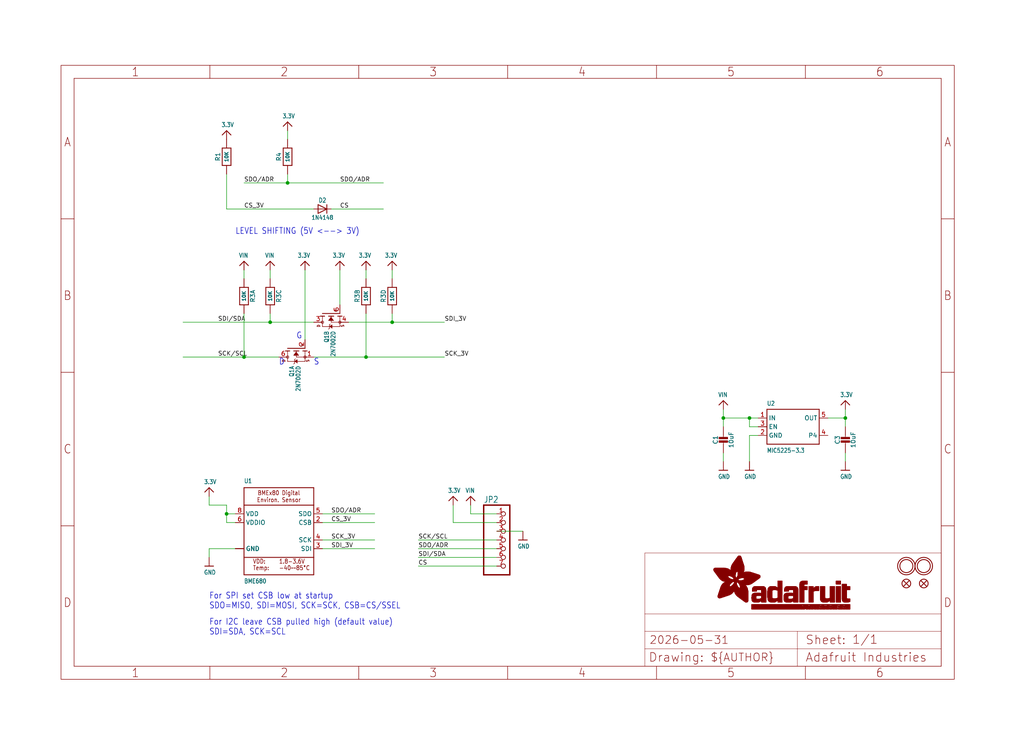
<source format=kicad_sch>
(kicad_sch (version 20230121) (generator eeschema)
  (paper "User" 298.45 217.322)
  (lib_symbols
    (symbol "working-eagle-import:3.3V" (power)
      (property "Value" "3.3V" (at -1.524 1.016 0))
      (symbol "3.3V_1_0"
        (pin power_in line (at 0 -2.54 90) (length 2.54) (name "3.3V") (number "1"))
      )
    )
    (symbol "working-eagle-import:BME680"
      (property "Reference" "IC" (at -10.16 13.97 0))
      (symbol "BME680_1_0"
        (text "-40~~85°C" (at 0 -11.43 0) (effects (font (size 1.27 1.0795)) (justify left bottom)))
        (text "1.8-3.6V" (at 0 -9.525 0) (effects (font (size 1.27 1.0795)) (justify left bottom)))
        (text "BMEx80 Digital\nEnviron. Sensor" (at 0 10.16 0) (effects (font (size 1.27 1.0795))))
        (text "Temp:" (at -7.62 -11.43 0) (effects (font (size 1.27 1.0795)) (justify left bottom)))
        (text "VDD:" (at -7.62 -9.525 0) (effects (font (size 1.27 1.0795)) (justify left bottom)))
        (pin power_in line (at -12.7 -5.08 0) (length 2.54) (name "GND") (number "1"))
        (pin input line (at 12.7 2.54 180) (length 2.54) (name "CSB") (number "2"))
        (pin input line (at 12.7 -5.08 180) (length 2.54) (name "SDI") (number "3"))
        (pin input line (at 12.7 -2.54 180) (length 2.54) (name "SCK") (number "4"))
        (pin output line (at 12.7 5.08 180) (length 2.54) (name "SDO") (number "5"))
        (pin power_in line (at -12.7 2.54 0) (length 2.54) (name "VDDIO") (number "6"))
        (pin power_in line (at -12.7 -5.08 0) (length 2.54) (name "GND") (number "7"))
        (pin power_in line (at -12.7 5.08 0) (length 2.54) (name "VDD") (number "8"))
      )
    )
    (symbol "working-eagle-import:CAP_CERAMIC0805-NOOUTLINE"
      (property "Reference" "C" (at -2.29 1.25 90))
      (symbol "CAP_CERAMIC0805-NOOUTLINE_1_0"
        (pin passive line (at 0 5.08 270) (length 2.54) (name "1") (number "1"))
        (pin passive line (at 0 -2.54 90) (length 2.54) (name "2") (number "2"))
      )
    )
    (symbol "working-eagle-import:DIODESOD-323"
      (property "Reference" "D" (at 0 2.54 0))
      (symbol "DIODESOD-323_1_0"
        (pin passive line (at -2.54 0 0) (length 2.54) (name "A") (number "A"))
        (pin passive line (at 2.54 0 180) (length 2.54) (name "C") (number "C"))
      )
    )
    (symbol "working-eagle-import:FIDUCIAL_1MM")
    (symbol "working-eagle-import:FRAME_A4_ADAFRUIT"
      (symbol "FRAME_A4_ADAFRUIT_1_0"
        (text "${#}/${##}" (at 230.505 10.16 0) (effects (font (size 2.54 2.54)) (justify left bottom)))
        (text "${AUTHOR}" (at 189.23 5.08 0) (effects (font (size 2.286 2.286)) (justify left bottom)))
        (text "${CURRENT_DATE}" (at 171.45 10.16 0) (effects (font (size 2.286 2.286)) (justify left bottom)))
        (text "${PROJECTNAME}" (at 171.45 15.24 0) (effects (font (size 2.54 2.54)) (justify left bottom)))
        (text "1" (at 21.6958 1.905 0) (effects (font (size 2.54 2.286))))
        (text "1" (at 21.6958 177.165 0) (effects (font (size 2.54 2.286))))
        (text "2" (at 65.0875 1.905 0) (effects (font (size 2.54 2.286))))
        (text "2" (at 65.0875 177.165 0) (effects (font (size 2.54 2.286))))
        (text "3" (at 108.4792 1.905 0) (effects (font (size 2.54 2.286))))
        (text "3" (at 108.4792 177.165 0) (effects (font (size 2.54 2.286))))
        (text "4" (at 151.8708 1.905 0) (effects (font (size 2.54 2.286))))
        (text "4" (at 151.8708 177.165 0) (effects (font (size 2.54 2.286))))
        (text "5" (at 195.2625 1.905 0) (effects (font (size 2.54 2.286))))
        (text "5" (at 195.2625 177.165 0) (effects (font (size 2.54 2.286))))
        (text "6" (at 238.6542 1.905 0) (effects (font (size 2.54 2.286))))
        (text "6" (at 238.6542 177.165 0) (effects (font (size 2.54 2.286))))
        (text "A" (at 1.905 156.6863 0) (effects (font (size 2.54 2.286))))
        (text "A" (at 258.445 156.6863 0) (effects (font (size 2.54 2.286))))
        (text "Adafruit Industries" (at 216.916 4.953 0) (effects (font (size 2.54 2.54)) (justify left bottom)))
        (text "B" (at 1.905 111.9188 0) (effects (font (size 2.54 2.286))))
        (text "B" (at 258.445 111.9188 0) (effects (font (size 2.54 2.286))))
        (text "C" (at 1.905 67.1513 0) (effects (font (size 2.54 2.286))))
        (text "C" (at 258.445 67.1513 0) (effects (font (size 2.54 2.286))))
        (text "D" (at 1.905 22.3838 0) (effects (font (size 2.54 2.286))))
        (text "D" (at 258.445 22.3838 0) (effects (font (size 2.54 2.286))))
        (text "Drawing:" (at 171.196 4.953 0) (effects (font (size 2.54 2.54)) (justify left bottom)))
        (text "Sheet:" (at 216.916 10.033 0) (effects (font (size 2.54 2.54)) (justify left bottom)))
      )
    )
    (symbol "working-eagle-import:GND" (power)
      (property "Value" "GND" (at -1.524 -2.54 0))
      (symbol "GND_1_0"
        (pin power_in line (at 0 2.54 270) (length 2.54) (name "GND") (number "1"))
      )
    )
    (symbol "working-eagle-import:HEADER-1X770MIL"
      (property "Reference" "JP" (at -6.35 10.795 0))
      (symbol "HEADER-1X770MIL_1_0"
        (pin passive inverted (at -2.54 7.62 0) (length 2.54) (name "1") (number "1"))
        (pin passive inverted (at -2.54 5.08 0) (length 2.54) (name "2") (number "2"))
        (pin passive inverted (at -2.54 2.54 0) (length 2.54) (name "3") (number "3"))
        (pin passive inverted (at -2.54 0 0) (length 2.54) (name "4") (number "4"))
        (pin passive inverted (at -2.54 -2.54 0) (length 2.54) (name "5") (number "5"))
        (pin passive inverted (at -2.54 -5.08 0) (length 2.54) (name "6") (number "6"))
        (pin passive inverted (at -2.54 -7.62 0) (length 2.54) (name "7") (number "7"))
      )
    )
    (symbol "working-eagle-import:MOSFET-N_DUAL"
      (property "Reference" "Q" (at 5.08 0.635 0))
      (symbol "MOSFET-N_DUAL_1_0"
        (text "D" (at 3.175 3.175 0) (effects (font (size 0.8128 0.6908)) (justify left bottom)))
        (text "G" (at -1.27 -1.905 0) (effects (font (size 0.8128 0.6908)) (justify left bottom)))
        (text "S" (at 3.175 -3.81 0) (effects (font (size 0.8128 0.6908)) (justify left bottom)))
        (pin bidirectional line (at 2.54 -5.08 90) (length 2.54) (name "S") (number "1"))
        (pin bidirectional line (at -2.54 -2.54 0) (length 2.54) (name "G") (number "2"))
        (pin bidirectional line (at 2.54 5.08 270) (length 2.54) (name "D") (number "6"))
      )
      (symbol "MOSFET-N_DUAL_2_0"
        (text "D" (at 3.175 3.175 0) (effects (font (size 0.8128 0.6908)) (justify left bottom)))
        (text "G" (at -1.27 -1.905 0) (effects (font (size 0.8128 0.6908)) (justify left bottom)))
        (text "S" (at 3.175 -3.81 0) (effects (font (size 0.8128 0.6908)) (justify left bottom)))
        (pin bidirectional line (at 2.54 5.08 270) (length 2.54) (name "D") (number "3"))
        (pin bidirectional line (at 2.54 -5.08 90) (length 2.54) (name "S") (number "4"))
        (pin bidirectional line (at -2.54 -2.54 0) (length 2.54) (name "G") (number "5"))
      )
    )
    (symbol "working-eagle-import:MOUNTINGHOLE2.0")
    (symbol "working-eagle-import:RESISTOR_0603_NOOUT"
      (property "Reference" "R" (at 0 2.54 0))
      (symbol "RESISTOR_0603_NOOUT_1_0"
        (pin passive line (at -5.08 0 0) (length 2.54) (name "1") (number "1"))
        (pin passive line (at 5.08 0 180) (length 2.54) (name "2") (number "2"))
      )
    )
    (symbol "working-eagle-import:RESISTOR_4PACK"
      (property "Reference" "R" (at 0 2.54 0))
      (symbol "RESISTOR_4PACK_1_0"
        (pin passive line (at -5.08 0 0) (length 2.54) (name "1") (number "1"))
        (pin passive line (at 5.08 0 180) (length 2.54) (name "2") (number "8"))
      )
      (symbol "RESISTOR_4PACK_2_0"
        (pin passive line (at -5.08 0 0) (length 2.54) (name "1") (number "2"))
        (pin passive line (at 5.08 0 180) (length 2.54) (name "2") (number "7"))
      )
      (symbol "RESISTOR_4PACK_3_0"
        (pin passive line (at -5.08 0 0) (length 2.54) (name "1") (number "3"))
        (pin passive line (at 5.08 0 180) (length 2.54) (name "2") (number "6"))
      )
      (symbol "RESISTOR_4PACK_4_0"
        (pin passive line (at -5.08 0 0) (length 2.54) (name "1") (number "4"))
        (pin passive line (at 5.08 0 180) (length 2.54) (name "2") (number "5"))
      )
    )
    (symbol "working-eagle-import:VIN" (power)
      (property "Value" "VIN" (at -1.524 1.016 0))
      (symbol "VIN_1_0"
        (pin power_in line (at 0 -2.54 90) (length 2.54) (name "VIN") (number "1"))
      )
    )
    (symbol "working-eagle-import:VREG_SOT23-5"
      (property "Reference" "U" (at -7.62 6.096 0))
      (symbol "VREG_SOT23-5_1_0"
        (pin power_in line (at -10.16 2.54 0) (length 2.54) (name "IN") (number "1"))
        (pin power_in line (at -10.16 -2.54 0) (length 2.54) (name "GND") (number "2"))
        (pin input line (at -10.16 0 0) (length 2.54) (name "EN") (number "3"))
        (pin bidirectional line (at 10.16 -2.54 180) (length 2.54) (name "P4") (number "4"))
        (pin power_in line (at 10.16 2.54 180) (length 2.54) (name "OUT") (number "5"))
      )
    )
  )
  (junction (at 78.74 93.98))
  (junction (at 218.44 121.92))
  (junction (at 83.82 53.34))
  (junction (at 114.3 93.98))
  (junction (at 71.12 104.14))
  (junction (at 246.38 121.92))
  (junction (at 66.04 149.86))
  (junction (at 106.68 104.14))
  (junction (at 210.82 121.92))
  (wire (pts (xy 60.96 160.02) (xy 68.58 160.02)) (stroke (width 0.1524)))
  (wire (pts (xy 78.74 91.44) (xy 78.74 93.98)) (stroke (width 0.1524)))
  (wire (pts (xy 91.44 93.98) (xy 78.74 93.98)) (stroke (width 0.1524)))
  (wire (pts (xy 93.98 152.4) (xy 109.22 152.4)) (stroke (width 0.1524)))
  (wire (pts (xy 114.3 93.98) (xy 129.54 93.98)) (stroke (width 0.1524)))
  (wire (pts (xy 83.82 50.8) (xy 83.82 53.34)) (stroke (width 0.1524)))
  (wire (pts (xy 241.3 121.92) (xy 246.38 121.92)) (stroke (width 0.1524)))
  (wire (pts (xy 81.28 104.14) (xy 71.12 104.14)) (stroke (width 0.1524)))
  (wire (pts (xy 220.98 121.92) (xy 218.44 121.92)) (stroke (width 0.1524)))
  (wire (pts (xy 114.3 91.44) (xy 114.3 93.98)) (stroke (width 0.1524)))
  (wire (pts (xy 210.82 121.92) (xy 210.82 119.38)) (stroke (width 0.1524)))
  (wire (pts (xy 66.04 60.96) (xy 66.04 50.8)) (stroke (width 0.1524)))
  (wire (pts (xy 114.3 81.28) (xy 114.3 78.74)) (stroke (width 0.1524)))
  (wire (pts (xy 109.22 157.48) (xy 93.98 157.48)) (stroke (width 0.1524)))
  (wire (pts (xy 144.78 152.4) (xy 132.08 152.4)) (stroke (width 0.1524)))
  (wire (pts (xy 71.12 91.44) (xy 71.12 104.14)) (stroke (width 0.1524)))
  (wire (pts (xy 144.78 154.94) (xy 152.4 154.94)) (stroke (width 0.1524)))
  (wire (pts (xy 60.96 147.32) (xy 66.04 147.32)) (stroke (width 0.1524)))
  (wire (pts (xy 218.44 121.92) (xy 210.82 121.92)) (stroke (width 0.1524)))
  (wire (pts (xy 144.78 162.56) (xy 121.92 162.56)) (stroke (width 0.1524)))
  (wire (pts (xy 246.38 121.92) (xy 246.38 124.46)) (stroke (width 0.1524)))
  (wire (pts (xy 137.16 149.86) (xy 137.16 147.32)) (stroke (width 0.1524)))
  (wire (pts (xy 71.12 78.74) (xy 71.12 81.28)) (stroke (width 0.1524)))
  (wire (pts (xy 83.82 53.34) (xy 71.12 53.34)) (stroke (width 0.1524)))
  (wire (pts (xy 246.38 132.08) (xy 246.38 134.62)) (stroke (width 0.1524)))
  (wire (pts (xy 78.74 93.98) (xy 53.34 93.98)) (stroke (width 0.1524)))
  (wire (pts (xy 91.44 104.14) (xy 106.68 104.14)) (stroke (width 0.1524)))
  (wire (pts (xy 91.44 60.96) (xy 66.04 60.96)) (stroke (width 0.1524)))
  (wire (pts (xy 246.38 121.92) (xy 246.38 119.38)) (stroke (width 0.1524)))
  (wire (pts (xy 106.68 91.44) (xy 106.68 104.14)) (stroke (width 0.1524)))
  (wire (pts (xy 101.6 93.98) (xy 114.3 93.98)) (stroke (width 0.1524)))
  (wire (pts (xy 68.58 149.86) (xy 66.04 149.86)) (stroke (width 0.1524)))
  (wire (pts (xy 220.98 124.46) (xy 218.44 124.46)) (stroke (width 0.1524)))
  (wire (pts (xy 66.04 147.32) (xy 66.04 149.86)) (stroke (width 0.1524)))
  (wire (pts (xy 88.9 99.06) (xy 88.9 78.74)) (stroke (width 0.1524)))
  (wire (pts (xy 60.96 144.78) (xy 60.96 147.32)) (stroke (width 0.1524)))
  (wire (pts (xy 66.04 149.86) (xy 66.04 152.4)) (stroke (width 0.1524)))
  (wire (pts (xy 144.78 160.02) (xy 121.92 160.02)) (stroke (width 0.1524)))
  (wire (pts (xy 144.78 149.86) (xy 137.16 149.86)) (stroke (width 0.1524)))
  (wire (pts (xy 93.98 160.02) (xy 109.22 160.02)) (stroke (width 0.1524)))
  (wire (pts (xy 144.78 165.1) (xy 121.92 165.1)) (stroke (width 0.1524)))
  (wire (pts (xy 106.68 104.14) (xy 129.54 104.14)) (stroke (width 0.1524)))
  (wire (pts (xy 218.44 127) (xy 218.44 134.62)) (stroke (width 0.1524)))
  (wire (pts (xy 66.04 152.4) (xy 68.58 152.4)) (stroke (width 0.1524)))
  (wire (pts (xy 220.98 127) (xy 218.44 127)) (stroke (width 0.1524)))
  (wire (pts (xy 210.82 132.08) (xy 210.82 134.62)) (stroke (width 0.1524)))
  (wire (pts (xy 78.74 81.28) (xy 78.74 78.74)) (stroke (width 0.1524)))
  (wire (pts (xy 71.12 104.14) (xy 53.34 104.14)) (stroke (width 0.1524)))
  (wire (pts (xy 83.82 38.1) (xy 83.82 40.64)) (stroke (width 0.1524)))
  (wire (pts (xy 144.78 157.48) (xy 121.92 157.48)) (stroke (width 0.1524)))
  (wire (pts (xy 106.68 81.28) (xy 106.68 78.74)) (stroke (width 0.1524)))
  (wire (pts (xy 210.82 121.92) (xy 210.82 124.46)) (stroke (width 0.1524)))
  (wire (pts (xy 60.96 160.02) (xy 60.96 162.56)) (stroke (width 0.1524)))
  (wire (pts (xy 83.82 53.34) (xy 111.76 53.34)) (stroke (width 0.1524)))
  (wire (pts (xy 93.98 149.86) (xy 109.22 149.86)) (stroke (width 0.1524)))
  (wire (pts (xy 132.08 152.4) (xy 132.08 147.32)) (stroke (width 0.1524)))
  (wire (pts (xy 99.06 88.9) (xy 99.06 78.74)) (stroke (width 0.1524)))
  (wire (pts (xy 96.52 60.96) (xy 111.76 60.96)) (stroke (width 0.1524)))
  (wire (pts (xy 218.44 124.46) (xy 218.44 121.92)) (stroke (width 0.1524)))
  (text "S" (at 91.44 106.68 0) (effects (font (size 1.778 1.5113)) (justify left bottom)))
  (text "G" (at 86.36 99.06 0) (effects (font (size 1.778 1.5113)) (justify left bottom)))
  (text "For I2C leave CSB pulled high (default value)\nSDI=SDA, SCK=SCL" (at 60.96 185.42 0) (effects (font (size 1.778 1.5113)) (justify left bottom)))
  (text "D" (at 81.28 106.68 0) (effects (font (size 1.778 1.5113)) (justify left bottom)))
  (text "LEVEL SHIFTING (5V <--> 3V)" (at 68.58 68.58 0) (effects (font (size 1.778 1.5113)) (justify left bottom)))
  (text "For SPI set CSB low at startup\nSDO=MISO, SDI=MOSI, SCK=SCK, CSB=CS/SSEL" (at 60.96 177.8 0) (effects (font (size 1.778 1.5113)) (justify left bottom)))
  (label "SCK/SCL" (at 63.5 104.14 0) (effects (font (size 1.2446 1.2446))))
  (label "CS_3V" (at 96.52 152.4 0) (effects (font (size 1.2446 1.2446))))
  (label "SCK_3V" (at 96.52 157.48 0) (effects (font (size 1.2446 1.2446))))
  (label "SDI/SDA" (at 63.5 93.98 0) (effects (font (size 1.2446 1.2446))))
  (label "SDI_3V" (at 129.54 93.98 0) (effects (font (size 1.2446 1.2446))))
  (label "SDI_3V" (at 96.52 160.02 0) (effects (font (size 1.2446 1.2446))))
  (label "SDO/ADR" (at 121.92 160.02 0) (effects (font (size 1.2446 1.2446))))
  (label "SDI/SDA" (at 121.92 162.56 0) (effects (font (size 1.2446 1.2446))))
  (label "SDO/ADR" (at 96.52 149.86 0) (effects (font (size 1.2446 1.2446))))
  (label "CS_3V" (at 71.12 60.96 0) (effects (font (size 1.2446 1.2446))))
  (label "SCK_3V" (at 129.54 104.14 0) (effects (font (size 1.2446 1.2446))))
  (label "SCK/SCL" (at 121.92 157.48 0) (effects (font (size 1.2446 1.2446))))
  (label "SDO/ADR" (at 99.06 53.34 0) (effects (font (size 1.2446 1.2446))))
  (label "CS" (at 121.92 165.1 0) (effects (font (size 1.2446 1.2446))))
  (label "CS" (at 99.06 60.96 0) (effects (font (size 1.2446 1.2446))))
  (label "SDO/ADR" (at 71.12 53.34 0) (effects (font (size 1.2446 1.2446))))
  (symbol (lib_id "working-eagle-import:MOUNTINGHOLE2.0") (at 269.24 165.1 0) (unit 1)
    (property "Reference" "U$7" (effects hide))
    (property "Value" "MOUNTINGHOLE2.0" (effects hide))
    (property "Footprint" "working:MOUNTINGHOLE_2.0_PLATED" (effects hide))
  )
  (symbol (lib_id "working-eagle-import:RESISTOR_4PACK") (at 71.12 86.36 270) (unit 1)
    (property "Reference" "R3" (at 73.66 86.36 0))
    (property "Value" "10K" (at 71.12 86.36 0) (effects (font (size 1.016 1.016) bold)))
    (property "Footprint" "working:RESPACK_4X0603" (effects hide))
  )
  (symbol (lib_id "working-eagle-import:BME680") (at 81.28 154.94 0) (unit 1)
    (property "Reference" "U1" (at 71.12 140.97 0) (effects (font (size 1.27 1.0795)) (justify left bottom)))
    (property "Value" "BME680" (at 71.12 170.18 0) (effects (font (size 1.27 1.0795)) (justify left bottom)))
    (property "Footprint" "working:BME680" (effects hide))
  )
  (symbol (lib_id "working-eagle-import:GND") (at 152.4 157.48 0) (unit 1)
    (property "Reference" "#U$4" (effects hide))
    (property "Value" "GND" (at 150.876 160.02 0) (effects (font (size 1.27 1.0795)) (justify left bottom)))
  )
  (symbol (lib_id "working-eagle-import:VIN") (at 210.82 116.84 0) (unit 1)
    (property "Reference" "#U$11" (effects hide))
    (property "Value" "VIN" (at 209.296 115.824 0) (effects (font (size 1.27 1.0795)) (justify left bottom)))
  )
  (symbol (lib_id "working-eagle-import:3.3V") (at 106.68 76.2 0) (mirror y) (unit 1)
    (property "Reference" "#U$24" (effects hide))
    (property "Value" "3.3V" (at 108.204 75.184 0) (effects (font (size 1.27 1.0795)) (justify left bottom)))
  )
  (symbol (lib_id "working-eagle-import:3.3V") (at 132.08 144.78 0) (unit 1)
    (property "Reference" "#U$10" (effects hide))
    (property "Value" "3.3V" (at 130.556 143.764 0) (effects (font (size 1.27 1.0795)) (justify left bottom)))
  )
  (symbol (lib_id "working-eagle-import:3.3V") (at 83.82 35.56 0) (unit 1)
    (property "Reference" "#U$25" (effects hide))
    (property "Value" "3.3V" (at 82.296 34.544 0) (effects (font (size 1.27 1.0795)) (justify left bottom)))
  )
  (symbol (lib_id "working-eagle-import:GND") (at 218.44 137.16 0) (unit 1)
    (property "Reference" "#U$14" (effects hide))
    (property "Value" "GND" (at 216.916 139.7 0) (effects (font (size 1.27 1.0795)) (justify left bottom)))
  )
  (symbol (lib_id "working-eagle-import:MOSFET-N_DUAL") (at 86.36 101.6 90) (mirror x) (unit 1)
    (property "Reference" "Q1" (at 85.725 106.68 0) (effects (font (size 1.27 1.0795)) (justify left bottom)))
    (property "Value" "2N7002D" (at 87.63 106.68 0) (effects (font (size 1.27 1.0795)) (justify left bottom)))
    (property "Footprint" "working:SOT363" (effects hide))
  )
  (symbol (lib_id "working-eagle-import:MOSFET-N_DUAL") (at 96.52 91.44 90) (mirror x) (unit 2)
    (property "Reference" "Q1" (at 95.885 96.52 0) (effects (font (size 1.27 1.0795)) (justify left bottom)))
    (property "Value" "2N7002D" (at 97.79 96.52 0) (effects (font (size 1.27 1.0795)) (justify left bottom)))
    (property "Footprint" "working:SOT363" (effects hide))
  )
  (symbol (lib_id "working-eagle-import:CAP_CERAMIC0805-NOOUTLINE") (at 246.38 129.54 0) (unit 1)
    (property "Reference" "C3" (at 244.09 128.29 90))
    (property "Value" "10uF" (at 248.68 128.29 90))
    (property "Footprint" "working:0805-NO" (effects hide))
  )
  (symbol (lib_id "working-eagle-import:HEADER-1X770MIL") (at 147.32 157.48 0) (unit 1)
    (property "Reference" "JP2" (at 140.97 146.685 0) (effects (font (size 1.778 1.5113)) (justify left bottom)))
    (property "Value" "HEADER-1X770MIL" (effects hide))
    (property "Footprint" "working:1X07_ROUND_70" (effects hide))
  )
  (symbol (lib_id "working-eagle-import:RESISTOR_0603_NOOUT") (at 83.82 45.72 90) (unit 1)
    (property "Reference" "R4" (at 81.28 45.72 0))
    (property "Value" "10K" (at 83.82 45.72 0) (effects (font (size 1.016 1.016) bold)))
    (property "Footprint" "working:0603-NO" (effects hide))
  )
  (symbol (lib_id "working-eagle-import:VIN") (at 78.74 76.2 0) (unit 1)
    (property "Reference" "#U$28" (effects hide))
    (property "Value" "VIN" (at 77.216 75.184 0) (effects (font (size 1.27 1.0795)) (justify left bottom)))
  )
  (symbol (lib_id "working-eagle-import:CAP_CERAMIC0805-NOOUTLINE") (at 210.82 129.54 0) (unit 1)
    (property "Reference" "C1" (at 208.53 128.29 90))
    (property "Value" "10uF" (at 213.12 128.29 90))
    (property "Footprint" "working:0805-NO" (effects hide))
  )
  (symbol (lib_id "working-eagle-import:GND") (at 210.82 137.16 0) (unit 1)
    (property "Reference" "#U$13" (effects hide))
    (property "Value" "GND" (at 209.296 139.7 0) (effects (font (size 1.27 1.0795)) (justify left bottom)))
  )
  (symbol (lib_id "working-eagle-import:VREG_SOT23-5") (at 231.14 124.46 0) (unit 1)
    (property "Reference" "U2" (at 223.52 118.364 0) (effects (font (size 1.27 1.0795)) (justify left bottom)))
    (property "Value" "MIC5225-3.3" (at 223.52 132.08 0) (effects (font (size 1.27 1.0795)) (justify left bottom)))
    (property "Footprint" "working:SOT23-5" (effects hide))
  )
  (symbol (lib_id "working-eagle-import:RESISTOR_4PACK") (at 114.3 86.36 90) (mirror x) (unit 4)
    (property "Reference" "R3" (at 111.76 86.36 0))
    (property "Value" "10K" (at 114.3 86.36 0) (effects (font (size 1.016 1.016) bold)))
    (property "Footprint" "working:RESPACK_4X0603" (effects hide))
  )
  (symbol (lib_id "working-eagle-import:3.3V") (at 60.96 142.24 0) (unit 1)
    (property "Reference" "#U$12" (effects hide))
    (property "Value" "3.3V" (at 59.436 141.224 0) (effects (font (size 1.27 1.0795)) (justify left bottom)))
  )
  (symbol (lib_id "working-eagle-import:FRAME_A4_ADAFRUIT") (at 17.78 198.12 0) (unit 1)
    (property "Reference" "#U$1" (effects hide))
    (property "Value" "FRAME_A4_ADAFRUIT" (effects hide))
  )
  (symbol (lib_id "working-eagle-import:3.3V") (at 114.3 76.2 0) (mirror y) (unit 1)
    (property "Reference" "#U$21" (effects hide))
    (property "Value" "3.3V" (at 115.824 75.184 0) (effects (font (size 1.27 1.0795)) (justify left bottom)))
  )
  (symbol (lib_id "working-eagle-import:VIN") (at 137.16 144.78 0) (unit 1)
    (property "Reference" "#U$9" (effects hide))
    (property "Value" "VIN" (at 135.636 143.764 0) (effects (font (size 1.27 1.0795)) (justify left bottom)))
  )
  (symbol (lib_id "working-eagle-import:VIN") (at 71.12 76.2 0) (unit 1)
    (property "Reference" "#U$29" (effects hide))
    (property "Value" "VIN" (at 69.596 75.184 0) (effects (font (size 1.27 1.0795)) (justify left bottom)))
  )
  (symbol (lib_id "working-eagle-import:RESISTOR_4PACK") (at 106.68 86.36 90) (mirror x) (unit 2)
    (property "Reference" "R3" (at 104.14 86.36 0))
    (property "Value" "10K" (at 106.68 86.36 0) (effects (font (size 1.016 1.016) bold)))
    (property "Footprint" "working:RESPACK_4X0603" (effects hide))
  )
  (symbol (lib_id "working-eagle-import:3.3V") (at 99.06 76.2 0) (mirror y) (unit 1)
    (property "Reference" "#U$27" (effects hide))
    (property "Value" "3.3V" (at 100.584 75.184 0) (effects (font (size 1.27 1.0795)) (justify left bottom)))
  )
  (symbol (lib_id "working-eagle-import:DIODESOD-323") (at 93.98 60.96 0) (unit 1)
    (property "Reference" "D2" (at 93.98 58.42 0) (effects (font (size 1.27 1.0795))))
    (property "Value" "1N4148" (at 93.98 63.46 0) (effects (font (size 1.27 1.0795))))
    (property "Footprint" "working:SOD-323" (effects hide))
  )
  (symbol (lib_id "working-eagle-import:3.3V") (at 88.9 76.2 0) (mirror y) (unit 1)
    (property "Reference" "#U$26" (effects hide))
    (property "Value" "3.3V" (at 90.424 75.184 0) (effects (font (size 1.27 1.0795)) (justify left bottom)))
  )
  (symbol (lib_id "working-eagle-import:RESISTOR_0603_NOOUT") (at 66.04 45.72 90) (unit 1)
    (property "Reference" "R1" (at 63.5 45.72 0))
    (property "Value" "10K" (at 66.04 45.72 0) (effects (font (size 1.016 1.016) bold)))
    (property "Footprint" "working:0603-NO" (effects hide))
  )
  (symbol (lib_id "working-eagle-import:3.3V") (at 246.38 116.84 0) (unit 1)
    (property "Reference" "#U$17" (effects hide))
    (property "Value" "3.3V" (at 244.856 115.824 0) (effects (font (size 1.27 1.0795)) (justify left bottom)))
  )
  (symbol (lib_id "working-eagle-import:FIDUCIAL_1MM") (at 264.16 170.18 0) (unit 1)
    (property "Reference" "U$5" (effects hide))
    (property "Value" "FIDUCIAL_1MM" (effects hide))
    (property "Footprint" "working:FIDUCIAL_1MM" (effects hide))
  )
  (symbol (lib_id "working-eagle-import:3.3V") (at 66.04 38.1 0) (unit 1)
    (property "Reference" "#U$18" (effects hide))
    (property "Value" "3.3V" (at 64.516 37.084 0) (effects (font (size 1.27 1.0795)) (justify left bottom)))
  )
  (symbol (lib_id "working-eagle-import:GND") (at 60.96 165.1 0) (unit 1)
    (property "Reference" "#U$3" (effects hide))
    (property "Value" "GND" (at 59.436 167.64 0) (effects (font (size 1.27 1.0795)) (justify left bottom)))
  )
  (symbol (lib_id "working-eagle-import:MOUNTINGHOLE2.0") (at 264.16 165.1 0) (unit 1)
    (property "Reference" "U$8" (effects hide))
    (property "Value" "MOUNTINGHOLE2.0" (effects hide))
    (property "Footprint" "working:MOUNTINGHOLE_2.0_PLATED" (effects hide))
  )
  (symbol (lib_id "working-eagle-import:GND") (at 246.38 137.16 0) (unit 1)
    (property "Reference" "#U$16" (effects hide))
    (property "Value" "GND" (at 244.856 139.7 0) (effects (font (size 1.27 1.0795)) (justify left bottom)))
  )
  (symbol (lib_id "working-eagle-import:FIDUCIAL_1MM") (at 269.24 170.18 0) (unit 1)
    (property "Reference" "U$15" (effects hide))
    (property "Value" "FIDUCIAL_1MM" (effects hide))
    (property "Footprint" "working:FIDUCIAL_1MM" (effects hide))
  )
  (symbol (lib_id "working-eagle-import:RESISTOR_4PACK") (at 78.74 86.36 270) (unit 3)
    (property "Reference" "R3" (at 81.28 86.36 0))
    (property "Value" "10K" (at 78.74 86.36 0) (effects (font (size 1.016 1.016) bold)))
    (property "Footprint" "working:RESPACK_4X0603" (effects hide))
  )
)
</source>
